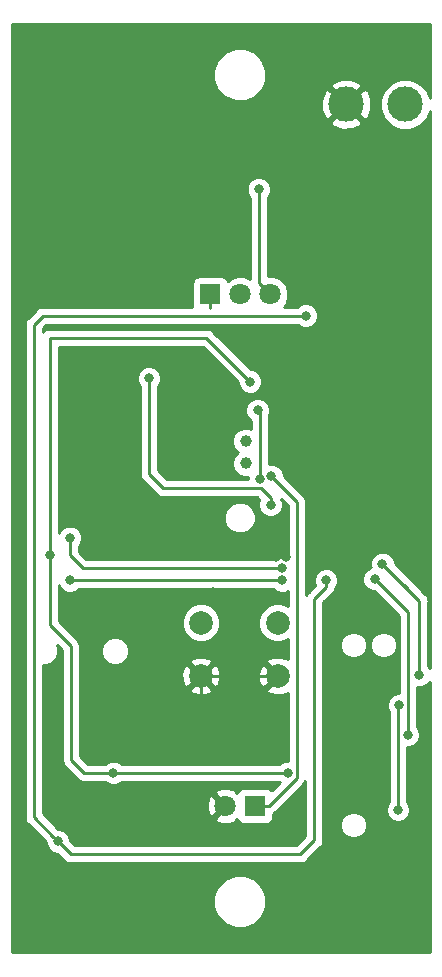
<source format=gbl>
G04 #@! TF.GenerationSoftware,KiCad,Pcbnew,5.0.1-33cea8e~68~ubuntu16.04.1*
G04 #@! TF.CreationDate,2018-11-29T19:31:35+05:30*
G04 #@! TF.ProjectId,senseBeRx_rev2,73656E7365426552785F726576322E6B,rev?*
G04 #@! TF.SameCoordinates,Original*
G04 #@! TF.FileFunction,Copper,L2,Bot,Signal*
G04 #@! TF.FilePolarity,Positive*
%FSLAX46Y46*%
G04 Gerber Fmt 4.6, Leading zero omitted, Abs format (unit mm)*
G04 Created by KiCad (PCBNEW 5.0.1-33cea8e~68~ubuntu16.04.1) date Thu Nov 29 19:31:35 2018*
%MOMM*%
%LPD*%
G01*
G04 APERTURE LIST*
G04 #@! TA.AperFunction,ComponentPad*
%ADD10C,3.000000*%
G04 #@! TD*
G04 #@! TA.AperFunction,ComponentPad*
%ADD11R,1.800000X1.800000*%
G04 #@! TD*
G04 #@! TA.AperFunction,ComponentPad*
%ADD12C,1.800000*%
G04 #@! TD*
G04 #@! TA.AperFunction,ComponentPad*
%ADD13C,1.000000*%
G04 #@! TD*
G04 #@! TA.AperFunction,ComponentPad*
%ADD14C,2.000000*%
G04 #@! TD*
G04 #@! TA.AperFunction,ViaPad*
%ADD15C,0.800000*%
G04 #@! TD*
G04 #@! TA.AperFunction,Conductor*
%ADD16C,0.250000*%
G04 #@! TD*
G04 #@! TA.AperFunction,Conductor*
%ADD17C,0.254000*%
G04 #@! TD*
G04 APERTURE END LIST*
D10*
G04 #@! TO.P,BT1,1*
G04 #@! TO.N,Net-(BT1-Pad1)*
X134000000Y-77500000D03*
G04 #@! TO.P,BT1,2*
G04 #@! TO.N,GND*
X129000000Y-77500000D03*
G04 #@! TD*
D11*
G04 #@! TO.P,D2,1*
G04 #@! TO.N,/LIGHT_SENSE*
X121300000Y-136900000D03*
D12*
G04 #@! TO.P,D2,2*
G04 #@! TO.N,GND*
X118760000Y-136900000D03*
G04 #@! TD*
D13*
G04 #@! TO.P,Y1,1*
G04 #@! TO.N,/LFCLK_XL1*
X120500000Y-106000000D03*
G04 #@! TO.P,Y1,2*
G04 #@! TO.N,/LFCLK_XL2*
X120500000Y-107900000D03*
G04 #@! TD*
D11*
G04 #@! TO.P,U2,1*
G04 #@! TO.N,/RX_OUT*
X117500000Y-93600000D03*
D12*
G04 #@! TO.P,U2,2*
G04 #@! TO.N,Net-(Q5-Pad3)*
X120040000Y-93600000D03*
G04 #@! TO.P,U2,3*
G04 #@! TO.N,VDD*
X122580000Y-93600000D03*
G04 #@! TD*
D14*
G04 #@! TO.P,SW1,2*
G04 #@! TO.N,/BUTTON*
X123200000Y-121400000D03*
G04 #@! TO.P,SW1,1*
G04 #@! TO.N,GND*
X123200000Y-125900000D03*
G04 #@! TO.P,SW1,2*
G04 #@! TO.N,/BUTTON*
X116700000Y-121400000D03*
G04 #@! TO.P,SW1,1*
G04 #@! TO.N,GND*
X116700000Y-125900000D03*
G04 #@! TD*
D15*
G04 #@! TO.N,GND*
X134700000Y-95400000D03*
X109100000Y-99200000D03*
X122600000Y-97600000D03*
X104600000Y-134600000D03*
X116700000Y-128400000D03*
X128300000Y-136000000D03*
X117700000Y-118800000D03*
X123100000Y-115000000D03*
X123100000Y-115800000D03*
X123900000Y-115800000D03*
X122900000Y-105000000D03*
X122900000Y-104200000D03*
X123700000Y-104200000D03*
X135500000Y-103600000D03*
X134700000Y-103600000D03*
X135500000Y-102800000D03*
X134700000Y-102800000D03*
X135500000Y-107000000D03*
X134700000Y-107000000D03*
X134700000Y-107800000D03*
X135500000Y-107800000D03*
X133100000Y-107400000D03*
X131300000Y-110000000D03*
X127900000Y-110000000D03*
X126200000Y-112400000D03*
X130300000Y-112400000D03*
X126200000Y-107500000D03*
X130300000Y-107500000D03*
X135400000Y-116500000D03*
X135400000Y-117400000D03*
G04 #@! TO.N,VDD*
X121600000Y-84700000D03*
X103900000Y-115700000D03*
X109300000Y-134100000D03*
X133475000Y-128380000D03*
X133390000Y-137250000D03*
X120870000Y-100970000D03*
X124100000Y-134100000D03*
G04 #@! TO.N,/LIGHT_SENSE*
X122676189Y-108983070D03*
G04 #@! TO.N,/CAM_JACK*
X123600000Y-116800000D03*
X105600000Y-114200000D03*
G04 #@! TO.N,/FOCUS*
X123600000Y-117800000D03*
X105600000Y-117800000D03*
G04 #@! TO.N,/GPIO1*
X131400000Y-117700000D03*
X134200000Y-130900000D03*
G04 #@! TO.N,/TX*
X132075000Y-116400000D03*
X135200000Y-125800000D03*
G04 #@! TO.N,/LED_RED*
X127300000Y-117800000D03*
X104600000Y-139900000D03*
X125590000Y-95400000D03*
G04 #@! TO.N,/RX_EN*
X122600000Y-111400000D03*
X112300000Y-100700000D03*
G04 #@! TO.N,/RX_OUT*
X121700000Y-109200000D03*
X121510000Y-103400000D03*
G04 #@! TD*
D16*
G04 #@! TO.N,GND*
X116700000Y-125900000D02*
X123200000Y-125900000D01*
X116700000Y-128400000D02*
X116700000Y-125900000D01*
X123100000Y-115000000D02*
X123100000Y-115800000D01*
X122900000Y-105000000D02*
X122900000Y-104200000D01*
X122900000Y-104200000D02*
X123700000Y-104200000D01*
X123100000Y-115800000D02*
X123900000Y-115800000D01*
X135500000Y-103600000D02*
X134700000Y-103600000D01*
X135500000Y-103600000D02*
X135500000Y-102800000D01*
X135500000Y-102800000D02*
X134700000Y-102800000D01*
X134700000Y-102800000D02*
X134700000Y-103600000D01*
X134700000Y-106200000D02*
X135500000Y-107000000D01*
X134700000Y-103600000D02*
X134700000Y-106200000D01*
X135500000Y-107000000D02*
X134700000Y-107000000D01*
X134700000Y-107000000D02*
X134700000Y-107800000D01*
X134700000Y-107800000D02*
X135500000Y-107800000D01*
X135500000Y-107800000D02*
X135500000Y-107000000D01*
X133500000Y-107000000D02*
X133100000Y-107400000D01*
X134700000Y-107000000D02*
X133500000Y-107000000D01*
X133100000Y-108200000D02*
X131300000Y-110000000D01*
X133100000Y-107400000D02*
X133100000Y-108200000D01*
X131300000Y-110000000D02*
X127900000Y-110000000D01*
X127900000Y-110700000D02*
X126200000Y-112400000D01*
X127900000Y-110000000D02*
X127900000Y-110700000D01*
X126200000Y-112400000D02*
X130300000Y-112400000D01*
X126200000Y-112400000D02*
X126200000Y-107500000D01*
X126200000Y-107500000D02*
X130300000Y-107500000D01*
X135400000Y-116500000D02*
X135400000Y-117400000D01*
G04 #@! TO.N,VDD*
X121600000Y-92620000D02*
X122580000Y-93600000D01*
X121600000Y-84700000D02*
X121600000Y-92620000D01*
X103900000Y-115700000D02*
X103900000Y-121600000D01*
X103900000Y-121600000D02*
X105700000Y-123400000D01*
X105700000Y-123400000D02*
X105700000Y-133000000D01*
X106800000Y-134100000D02*
X109300000Y-134100000D01*
X105700000Y-133000000D02*
X106800000Y-134100000D01*
X133390000Y-128465000D02*
X133475000Y-128380000D01*
X133390000Y-137250000D02*
X133390000Y-128465000D01*
X103900000Y-115700000D02*
X103900000Y-97270000D01*
X117170000Y-97270000D02*
X120870000Y-100970000D01*
X103900000Y-97270000D02*
X117170000Y-97270000D01*
X109300000Y-134100000D02*
X124100000Y-134100000D01*
G04 #@! TO.N,/LIGHT_SENSE*
X123076188Y-109383069D02*
X122676189Y-108983070D01*
X124825001Y-111131882D02*
X123076188Y-109383069D01*
X124825001Y-134524999D02*
X124825001Y-111131882D01*
X122450000Y-136900000D02*
X124825001Y-134524999D01*
X121300000Y-136900000D02*
X122450000Y-136900000D01*
G04 #@! TO.N,/CAM_JACK*
X105600000Y-115700000D02*
X106700000Y-116800000D01*
X105600000Y-114200000D02*
X105600000Y-115700000D01*
X123600000Y-116800000D02*
X106700000Y-116800000D01*
G04 #@! TO.N,/FOCUS*
X123600000Y-117800000D02*
X105600000Y-117800000D01*
G04 #@! TO.N,/GPIO1*
X131400000Y-117700000D02*
X134200000Y-120500000D01*
X134200000Y-120500000D02*
X134200000Y-130900000D01*
G04 #@! TO.N,/TX*
X135200000Y-119525000D02*
X134075000Y-118400000D01*
X134075000Y-118400000D02*
X134200000Y-118525000D01*
X132075000Y-116400000D02*
X134075000Y-118400000D01*
X135200000Y-119525000D02*
X135200000Y-125800000D01*
X132075000Y-116400000D02*
X135200000Y-119525000D01*
G04 #@! TO.N,/LED_RED*
X127300000Y-118365685D02*
X126300000Y-119365685D01*
X127300000Y-117800000D02*
X127300000Y-118365685D01*
X126300000Y-119365685D02*
X126300000Y-139800000D01*
X126300000Y-139800000D02*
X125100000Y-141000000D01*
X105700000Y-141000000D02*
X104600000Y-139900000D01*
X125100000Y-141000000D02*
X105700000Y-141000000D01*
X104200001Y-139500001D02*
X104600000Y-139900000D01*
X102554999Y-137854999D02*
X104200001Y-139500001D01*
X102554999Y-96145001D02*
X102554999Y-137854999D01*
X103300000Y-95400000D02*
X102554999Y-96145001D01*
X125590000Y-95400000D02*
X114730000Y-95400000D01*
X114730000Y-95400000D02*
X103300000Y-95400000D01*
X115300000Y-95400000D02*
X114730000Y-95400000D01*
G04 #@! TO.N,/RX_EN*
X122600000Y-110834315D02*
X121765685Y-110000000D01*
X122600000Y-111400000D02*
X122600000Y-110834315D01*
X121765685Y-110000000D02*
X113500000Y-110000000D01*
X112300000Y-108800000D02*
X112300000Y-100700000D01*
X113500000Y-110000000D02*
X112300000Y-108800000D01*
G04 #@! TO.N,/RX_OUT*
X117500000Y-94750000D02*
X117500000Y-93600000D01*
X121700000Y-109200000D02*
X121700000Y-103590000D01*
X121700000Y-103590000D02*
X121510000Y-103400000D01*
G04 #@! TD*
D17*
G04 #@! TO.N,GND*
G36*
X136073000Y-76925641D02*
X135809966Y-76290620D01*
X135209380Y-75690034D01*
X134424678Y-75365000D01*
X133575322Y-75365000D01*
X132790620Y-75690034D01*
X132190034Y-76290620D01*
X131865000Y-77075322D01*
X131865000Y-77924678D01*
X132190034Y-78709380D01*
X132790620Y-79309966D01*
X133575322Y-79635000D01*
X134424678Y-79635000D01*
X135209380Y-79309966D01*
X135809966Y-78709380D01*
X136073000Y-78074359D01*
X136073000Y-125209289D01*
X135960000Y-125096289D01*
X135960000Y-119599846D01*
X135974888Y-119524999D01*
X135960000Y-119450152D01*
X135960000Y-119450148D01*
X135915904Y-119228463D01*
X135817766Y-119081589D01*
X135790329Y-119040526D01*
X135790327Y-119040524D01*
X135747929Y-118977071D01*
X135684476Y-118934673D01*
X133110000Y-116360199D01*
X133110000Y-116194126D01*
X132952431Y-115813720D01*
X132661280Y-115522569D01*
X132280874Y-115365000D01*
X131869126Y-115365000D01*
X131488720Y-115522569D01*
X131197569Y-115813720D01*
X131040000Y-116194126D01*
X131040000Y-116605874D01*
X131083475Y-116710833D01*
X130813720Y-116822569D01*
X130522569Y-117113720D01*
X130365000Y-117494126D01*
X130365000Y-117905874D01*
X130522569Y-118286280D01*
X130813720Y-118577431D01*
X131194126Y-118735000D01*
X131360199Y-118735000D01*
X133440000Y-120814802D01*
X133440001Y-127345000D01*
X133269126Y-127345000D01*
X132888720Y-127502569D01*
X132597569Y-127793720D01*
X132440000Y-128174126D01*
X132440000Y-128585874D01*
X132597569Y-128966280D01*
X132630001Y-128998712D01*
X132630000Y-136546289D01*
X132512569Y-136663720D01*
X132355000Y-137044126D01*
X132355000Y-137455874D01*
X132512569Y-137836280D01*
X132803720Y-138127431D01*
X133184126Y-138285000D01*
X133595874Y-138285000D01*
X133976280Y-138127431D01*
X134267431Y-137836280D01*
X134425000Y-137455874D01*
X134425000Y-137044126D01*
X134267431Y-136663720D01*
X134150000Y-136546289D01*
X134150000Y-131935000D01*
X134405874Y-131935000D01*
X134786280Y-131777431D01*
X135077431Y-131486280D01*
X135235000Y-131105874D01*
X135235000Y-130694126D01*
X135077431Y-130313720D01*
X134960000Y-130196289D01*
X134960000Y-126820865D01*
X134994126Y-126835000D01*
X135405874Y-126835000D01*
X135786280Y-126677431D01*
X136073000Y-126390711D01*
X136073000Y-149290000D01*
X100710000Y-149290000D01*
X100710000Y-144555431D01*
X117765000Y-144555431D01*
X117765000Y-145444569D01*
X118105259Y-146266026D01*
X118733974Y-146894741D01*
X119555431Y-147235000D01*
X120444569Y-147235000D01*
X121266026Y-146894741D01*
X121894741Y-146266026D01*
X122235000Y-145444569D01*
X122235000Y-144555431D01*
X121894741Y-143733974D01*
X121266026Y-143105259D01*
X120444569Y-142765000D01*
X119555431Y-142765000D01*
X118733974Y-143105259D01*
X118105259Y-143733974D01*
X117765000Y-144555431D01*
X100710000Y-144555431D01*
X100710000Y-96145001D01*
X101780111Y-96145001D01*
X101794999Y-96219848D01*
X101795000Y-137780147D01*
X101780111Y-137854999D01*
X101795000Y-137929851D01*
X101839096Y-138151536D01*
X102007071Y-138402928D01*
X102070527Y-138445328D01*
X103565000Y-139939802D01*
X103565000Y-140105874D01*
X103722569Y-140486280D01*
X104013720Y-140777431D01*
X104394126Y-140935000D01*
X104560199Y-140935000D01*
X105109671Y-141484473D01*
X105152071Y-141547929D01*
X105403463Y-141715904D01*
X105625148Y-141760000D01*
X105625153Y-141760000D01*
X105700000Y-141774888D01*
X105774847Y-141760000D01*
X125025153Y-141760000D01*
X125100000Y-141774888D01*
X125174847Y-141760000D01*
X125174852Y-141760000D01*
X125396537Y-141715904D01*
X125647929Y-141547929D01*
X125690331Y-141484470D01*
X126784473Y-140390329D01*
X126847929Y-140347929D01*
X127015904Y-140096537D01*
X127060000Y-139874852D01*
X127060000Y-139874848D01*
X127074888Y-139800001D01*
X127060000Y-139725154D01*
X127060000Y-138294234D01*
X128495000Y-138294234D01*
X128495000Y-138745766D01*
X128667793Y-139162926D01*
X128987074Y-139482207D01*
X129404234Y-139655000D01*
X129855766Y-139655000D01*
X130272926Y-139482207D01*
X130592207Y-139162926D01*
X130765000Y-138745766D01*
X130765000Y-138294234D01*
X130592207Y-137877074D01*
X130272926Y-137557793D01*
X129855766Y-137385000D01*
X129404234Y-137385000D01*
X128987074Y-137557793D01*
X128667793Y-137877074D01*
X128495000Y-138294234D01*
X127060000Y-138294234D01*
X127060000Y-123054234D01*
X128495000Y-123054234D01*
X128495000Y-123505766D01*
X128667793Y-123922926D01*
X128987074Y-124242207D01*
X129404234Y-124415000D01*
X129855766Y-124415000D01*
X130272926Y-124242207D01*
X130592207Y-123922926D01*
X130765000Y-123505766D01*
X130765000Y-123054234D01*
X131035000Y-123054234D01*
X131035000Y-123505766D01*
X131207793Y-123922926D01*
X131527074Y-124242207D01*
X131944234Y-124415000D01*
X132395766Y-124415000D01*
X132812926Y-124242207D01*
X133132207Y-123922926D01*
X133305000Y-123505766D01*
X133305000Y-123054234D01*
X133132207Y-122637074D01*
X132812926Y-122317793D01*
X132395766Y-122145000D01*
X131944234Y-122145000D01*
X131527074Y-122317793D01*
X131207793Y-122637074D01*
X131035000Y-123054234D01*
X130765000Y-123054234D01*
X130592207Y-122637074D01*
X130272926Y-122317793D01*
X129855766Y-122145000D01*
X129404234Y-122145000D01*
X128987074Y-122317793D01*
X128667793Y-122637074D01*
X128495000Y-123054234D01*
X127060000Y-123054234D01*
X127060000Y-119680486D01*
X127784473Y-118956014D01*
X127847929Y-118913614D01*
X128015904Y-118662222D01*
X128044314Y-118519397D01*
X128177431Y-118386280D01*
X128335000Y-118005874D01*
X128335000Y-117594126D01*
X128177431Y-117213720D01*
X127886280Y-116922569D01*
X127505874Y-116765000D01*
X127094126Y-116765000D01*
X126713720Y-116922569D01*
X126422569Y-117213720D01*
X126265000Y-117594126D01*
X126265000Y-118005874D01*
X126358728Y-118232155D01*
X125815530Y-118775354D01*
X125752071Y-118817756D01*
X125585001Y-119067795D01*
X125585001Y-111206728D01*
X125599889Y-111131881D01*
X125585001Y-111057034D01*
X125585001Y-111057030D01*
X125540905Y-110835345D01*
X125372930Y-110583953D01*
X125309474Y-110541553D01*
X123711189Y-108943269D01*
X123711189Y-108777196D01*
X123553620Y-108396790D01*
X123262469Y-108105639D01*
X122882063Y-107948070D01*
X122470315Y-107948070D01*
X122460000Y-107952343D01*
X122460000Y-103811083D01*
X122545000Y-103605874D01*
X122545000Y-103194126D01*
X122387431Y-102813720D01*
X122096280Y-102522569D01*
X121715874Y-102365000D01*
X121304126Y-102365000D01*
X120923720Y-102522569D01*
X120632569Y-102813720D01*
X120475000Y-103194126D01*
X120475000Y-103605874D01*
X120632569Y-103986280D01*
X120923720Y-104277431D01*
X120940001Y-104284175D01*
X120940001Y-104953739D01*
X120725766Y-104865000D01*
X120274234Y-104865000D01*
X119857074Y-105037793D01*
X119537793Y-105357074D01*
X119365000Y-105774234D01*
X119365000Y-106225766D01*
X119537793Y-106642926D01*
X119844867Y-106950000D01*
X119537793Y-107257074D01*
X119365000Y-107674234D01*
X119365000Y-108125766D01*
X119537793Y-108542926D01*
X119857074Y-108862207D01*
X120274234Y-109035000D01*
X120665000Y-109035000D01*
X120665000Y-109240000D01*
X113814802Y-109240000D01*
X113060000Y-108485199D01*
X113060000Y-101403711D01*
X113177431Y-101286280D01*
X113335000Y-100905874D01*
X113335000Y-100494126D01*
X113177431Y-100113720D01*
X112886280Y-99822569D01*
X112505874Y-99665000D01*
X112094126Y-99665000D01*
X111713720Y-99822569D01*
X111422569Y-100113720D01*
X111265000Y-100494126D01*
X111265000Y-100905874D01*
X111422569Y-101286280D01*
X111540001Y-101403712D01*
X111540000Y-108725153D01*
X111525112Y-108800000D01*
X111540000Y-108874847D01*
X111540000Y-108874851D01*
X111584096Y-109096536D01*
X111752071Y-109347929D01*
X111815530Y-109390331D01*
X112909670Y-110484472D01*
X112952071Y-110547929D01*
X113203463Y-110715904D01*
X113425148Y-110760000D01*
X113425152Y-110760000D01*
X113499999Y-110774888D01*
X113574846Y-110760000D01*
X121450884Y-110760000D01*
X121658728Y-110967845D01*
X121565000Y-111194126D01*
X121565000Y-111605874D01*
X121722569Y-111986280D01*
X122013720Y-112277431D01*
X122394126Y-112435000D01*
X122805874Y-112435000D01*
X123186280Y-112277431D01*
X123477431Y-111986280D01*
X123635000Y-111605874D01*
X123635000Y-111194126D01*
X123509529Y-110891212D01*
X124065002Y-111446685D01*
X124065002Y-115872334D01*
X123805874Y-115765000D01*
X123394126Y-115765000D01*
X123013720Y-115922569D01*
X122896289Y-116040000D01*
X107014802Y-116040000D01*
X106360000Y-115385199D01*
X106360000Y-114903711D01*
X106477431Y-114786280D01*
X106635000Y-114405874D01*
X106635000Y-113994126D01*
X106477431Y-113613720D01*
X106186280Y-113322569D01*
X105805874Y-113165000D01*
X105394126Y-113165000D01*
X105013720Y-113322569D01*
X104722569Y-113613720D01*
X104660000Y-113764775D01*
X104660000Y-112234452D01*
X118665000Y-112234452D01*
X118665000Y-112765548D01*
X118868242Y-113256217D01*
X119243783Y-113631758D01*
X119734452Y-113835000D01*
X120265548Y-113835000D01*
X120756217Y-113631758D01*
X121131758Y-113256217D01*
X121335000Y-112765548D01*
X121335000Y-112234452D01*
X121131758Y-111743783D01*
X120756217Y-111368242D01*
X120265548Y-111165000D01*
X119734452Y-111165000D01*
X119243783Y-111368242D01*
X118868242Y-111743783D01*
X118665000Y-112234452D01*
X104660000Y-112234452D01*
X104660000Y-98030000D01*
X116855199Y-98030000D01*
X119835000Y-101009802D01*
X119835000Y-101175874D01*
X119992569Y-101556280D01*
X120283720Y-101847431D01*
X120664126Y-102005000D01*
X121075874Y-102005000D01*
X121456280Y-101847431D01*
X121747431Y-101556280D01*
X121905000Y-101175874D01*
X121905000Y-100764126D01*
X121747431Y-100383720D01*
X121456280Y-100092569D01*
X121075874Y-99935000D01*
X120909802Y-99935000D01*
X117760331Y-96785530D01*
X117717929Y-96722071D01*
X117466537Y-96554096D01*
X117244852Y-96510000D01*
X117244847Y-96510000D01*
X117170000Y-96495112D01*
X117095153Y-96510000D01*
X103974852Y-96510000D01*
X103900000Y-96495111D01*
X103825148Y-96510000D01*
X103603463Y-96554096D01*
X103352071Y-96722071D01*
X103314999Y-96777553D01*
X103314999Y-96459802D01*
X103614802Y-96160000D01*
X124886289Y-96160000D01*
X125003720Y-96277431D01*
X125384126Y-96435000D01*
X125795874Y-96435000D01*
X126176280Y-96277431D01*
X126467431Y-95986280D01*
X126625000Y-95605874D01*
X126625000Y-95194126D01*
X126467431Y-94813720D01*
X126176280Y-94522569D01*
X125795874Y-94365000D01*
X125384126Y-94365000D01*
X125003720Y-94522569D01*
X124886289Y-94640000D01*
X123710817Y-94640000D01*
X123881310Y-94469507D01*
X124115000Y-93905330D01*
X124115000Y-93294670D01*
X123881310Y-92730493D01*
X123449507Y-92298690D01*
X122885330Y-92065000D01*
X122360000Y-92065000D01*
X122360000Y-85403711D01*
X122477431Y-85286280D01*
X122635000Y-84905874D01*
X122635000Y-84494126D01*
X122477431Y-84113720D01*
X122186280Y-83822569D01*
X121805874Y-83665000D01*
X121394126Y-83665000D01*
X121013720Y-83822569D01*
X120722569Y-84113720D01*
X120565000Y-84494126D01*
X120565000Y-84905874D01*
X120722569Y-85286280D01*
X120840000Y-85403711D01*
X120840001Y-92269900D01*
X120345330Y-92065000D01*
X119734670Y-92065000D01*
X119170493Y-92298690D01*
X119001275Y-92467908D01*
X118998157Y-92452235D01*
X118857809Y-92242191D01*
X118647765Y-92101843D01*
X118400000Y-92052560D01*
X116600000Y-92052560D01*
X116352235Y-92101843D01*
X116142191Y-92242191D01*
X116001843Y-92452235D01*
X115952560Y-92700000D01*
X115952560Y-94500000D01*
X115980407Y-94640000D01*
X103374848Y-94640000D01*
X103300000Y-94625112D01*
X103225152Y-94640000D01*
X103225148Y-94640000D01*
X103003463Y-94684096D01*
X102752071Y-94852071D01*
X102709671Y-94915527D01*
X102070529Y-95554670D01*
X102007070Y-95597072D01*
X101839095Y-95848465D01*
X101794999Y-96070150D01*
X101794999Y-96070154D01*
X101780111Y-96145001D01*
X100710000Y-96145001D01*
X100710000Y-79013970D01*
X127665635Y-79013970D01*
X127825418Y-79332739D01*
X128616187Y-79642723D01*
X129465387Y-79626497D01*
X130174582Y-79332739D01*
X130334365Y-79013970D01*
X129000000Y-77679605D01*
X127665635Y-79013970D01*
X100710000Y-79013970D01*
X100710000Y-74555431D01*
X117765000Y-74555431D01*
X117765000Y-75444569D01*
X118105259Y-76266026D01*
X118733974Y-76894741D01*
X119555431Y-77235000D01*
X120444569Y-77235000D01*
X120731408Y-77116187D01*
X126857277Y-77116187D01*
X126873503Y-77965387D01*
X127167261Y-78674582D01*
X127486030Y-78834365D01*
X128820395Y-77500000D01*
X129179605Y-77500000D01*
X130513970Y-78834365D01*
X130832739Y-78674582D01*
X131142723Y-77883813D01*
X131126497Y-77034613D01*
X130832739Y-76325418D01*
X130513970Y-76165635D01*
X129179605Y-77500000D01*
X128820395Y-77500000D01*
X127486030Y-76165635D01*
X127167261Y-76325418D01*
X126857277Y-77116187D01*
X120731408Y-77116187D01*
X121266026Y-76894741D01*
X121894741Y-76266026D01*
X122010719Y-75986030D01*
X127665635Y-75986030D01*
X129000000Y-77320395D01*
X130334365Y-75986030D01*
X130174582Y-75667261D01*
X129383813Y-75357277D01*
X128534613Y-75373503D01*
X127825418Y-75667261D01*
X127665635Y-75986030D01*
X122010719Y-75986030D01*
X122235000Y-75444569D01*
X122235000Y-74555431D01*
X121894741Y-73733974D01*
X121266026Y-73105259D01*
X120444569Y-72765000D01*
X119555431Y-72765000D01*
X118733974Y-73105259D01*
X118105259Y-73733974D01*
X117765000Y-74555431D01*
X100710000Y-74555431D01*
X100710000Y-70710000D01*
X136073000Y-70710000D01*
X136073000Y-76925641D01*
X136073000Y-76925641D01*
G37*
X136073000Y-76925641D02*
X135809966Y-76290620D01*
X135209380Y-75690034D01*
X134424678Y-75365000D01*
X133575322Y-75365000D01*
X132790620Y-75690034D01*
X132190034Y-76290620D01*
X131865000Y-77075322D01*
X131865000Y-77924678D01*
X132190034Y-78709380D01*
X132790620Y-79309966D01*
X133575322Y-79635000D01*
X134424678Y-79635000D01*
X135209380Y-79309966D01*
X135809966Y-78709380D01*
X136073000Y-78074359D01*
X136073000Y-125209289D01*
X135960000Y-125096289D01*
X135960000Y-119599846D01*
X135974888Y-119524999D01*
X135960000Y-119450152D01*
X135960000Y-119450148D01*
X135915904Y-119228463D01*
X135817766Y-119081589D01*
X135790329Y-119040526D01*
X135790327Y-119040524D01*
X135747929Y-118977071D01*
X135684476Y-118934673D01*
X133110000Y-116360199D01*
X133110000Y-116194126D01*
X132952431Y-115813720D01*
X132661280Y-115522569D01*
X132280874Y-115365000D01*
X131869126Y-115365000D01*
X131488720Y-115522569D01*
X131197569Y-115813720D01*
X131040000Y-116194126D01*
X131040000Y-116605874D01*
X131083475Y-116710833D01*
X130813720Y-116822569D01*
X130522569Y-117113720D01*
X130365000Y-117494126D01*
X130365000Y-117905874D01*
X130522569Y-118286280D01*
X130813720Y-118577431D01*
X131194126Y-118735000D01*
X131360199Y-118735000D01*
X133440000Y-120814802D01*
X133440001Y-127345000D01*
X133269126Y-127345000D01*
X132888720Y-127502569D01*
X132597569Y-127793720D01*
X132440000Y-128174126D01*
X132440000Y-128585874D01*
X132597569Y-128966280D01*
X132630001Y-128998712D01*
X132630000Y-136546289D01*
X132512569Y-136663720D01*
X132355000Y-137044126D01*
X132355000Y-137455874D01*
X132512569Y-137836280D01*
X132803720Y-138127431D01*
X133184126Y-138285000D01*
X133595874Y-138285000D01*
X133976280Y-138127431D01*
X134267431Y-137836280D01*
X134425000Y-137455874D01*
X134425000Y-137044126D01*
X134267431Y-136663720D01*
X134150000Y-136546289D01*
X134150000Y-131935000D01*
X134405874Y-131935000D01*
X134786280Y-131777431D01*
X135077431Y-131486280D01*
X135235000Y-131105874D01*
X135235000Y-130694126D01*
X135077431Y-130313720D01*
X134960000Y-130196289D01*
X134960000Y-126820865D01*
X134994126Y-126835000D01*
X135405874Y-126835000D01*
X135786280Y-126677431D01*
X136073000Y-126390711D01*
X136073000Y-149290000D01*
X100710000Y-149290000D01*
X100710000Y-144555431D01*
X117765000Y-144555431D01*
X117765000Y-145444569D01*
X118105259Y-146266026D01*
X118733974Y-146894741D01*
X119555431Y-147235000D01*
X120444569Y-147235000D01*
X121266026Y-146894741D01*
X121894741Y-146266026D01*
X122235000Y-145444569D01*
X122235000Y-144555431D01*
X121894741Y-143733974D01*
X121266026Y-143105259D01*
X120444569Y-142765000D01*
X119555431Y-142765000D01*
X118733974Y-143105259D01*
X118105259Y-143733974D01*
X117765000Y-144555431D01*
X100710000Y-144555431D01*
X100710000Y-96145001D01*
X101780111Y-96145001D01*
X101794999Y-96219848D01*
X101795000Y-137780147D01*
X101780111Y-137854999D01*
X101795000Y-137929851D01*
X101839096Y-138151536D01*
X102007071Y-138402928D01*
X102070527Y-138445328D01*
X103565000Y-139939802D01*
X103565000Y-140105874D01*
X103722569Y-140486280D01*
X104013720Y-140777431D01*
X104394126Y-140935000D01*
X104560199Y-140935000D01*
X105109671Y-141484473D01*
X105152071Y-141547929D01*
X105403463Y-141715904D01*
X105625148Y-141760000D01*
X105625153Y-141760000D01*
X105700000Y-141774888D01*
X105774847Y-141760000D01*
X125025153Y-141760000D01*
X125100000Y-141774888D01*
X125174847Y-141760000D01*
X125174852Y-141760000D01*
X125396537Y-141715904D01*
X125647929Y-141547929D01*
X125690331Y-141484470D01*
X126784473Y-140390329D01*
X126847929Y-140347929D01*
X127015904Y-140096537D01*
X127060000Y-139874852D01*
X127060000Y-139874848D01*
X127074888Y-139800001D01*
X127060000Y-139725154D01*
X127060000Y-138294234D01*
X128495000Y-138294234D01*
X128495000Y-138745766D01*
X128667793Y-139162926D01*
X128987074Y-139482207D01*
X129404234Y-139655000D01*
X129855766Y-139655000D01*
X130272926Y-139482207D01*
X130592207Y-139162926D01*
X130765000Y-138745766D01*
X130765000Y-138294234D01*
X130592207Y-137877074D01*
X130272926Y-137557793D01*
X129855766Y-137385000D01*
X129404234Y-137385000D01*
X128987074Y-137557793D01*
X128667793Y-137877074D01*
X128495000Y-138294234D01*
X127060000Y-138294234D01*
X127060000Y-123054234D01*
X128495000Y-123054234D01*
X128495000Y-123505766D01*
X128667793Y-123922926D01*
X128987074Y-124242207D01*
X129404234Y-124415000D01*
X129855766Y-124415000D01*
X130272926Y-124242207D01*
X130592207Y-123922926D01*
X130765000Y-123505766D01*
X130765000Y-123054234D01*
X131035000Y-123054234D01*
X131035000Y-123505766D01*
X131207793Y-123922926D01*
X131527074Y-124242207D01*
X131944234Y-124415000D01*
X132395766Y-124415000D01*
X132812926Y-124242207D01*
X133132207Y-123922926D01*
X133305000Y-123505766D01*
X133305000Y-123054234D01*
X133132207Y-122637074D01*
X132812926Y-122317793D01*
X132395766Y-122145000D01*
X131944234Y-122145000D01*
X131527074Y-122317793D01*
X131207793Y-122637074D01*
X131035000Y-123054234D01*
X130765000Y-123054234D01*
X130592207Y-122637074D01*
X130272926Y-122317793D01*
X129855766Y-122145000D01*
X129404234Y-122145000D01*
X128987074Y-122317793D01*
X128667793Y-122637074D01*
X128495000Y-123054234D01*
X127060000Y-123054234D01*
X127060000Y-119680486D01*
X127784473Y-118956014D01*
X127847929Y-118913614D01*
X128015904Y-118662222D01*
X128044314Y-118519397D01*
X128177431Y-118386280D01*
X128335000Y-118005874D01*
X128335000Y-117594126D01*
X128177431Y-117213720D01*
X127886280Y-116922569D01*
X127505874Y-116765000D01*
X127094126Y-116765000D01*
X126713720Y-116922569D01*
X126422569Y-117213720D01*
X126265000Y-117594126D01*
X126265000Y-118005874D01*
X126358728Y-118232155D01*
X125815530Y-118775354D01*
X125752071Y-118817756D01*
X125585001Y-119067795D01*
X125585001Y-111206728D01*
X125599889Y-111131881D01*
X125585001Y-111057034D01*
X125585001Y-111057030D01*
X125540905Y-110835345D01*
X125372930Y-110583953D01*
X125309474Y-110541553D01*
X123711189Y-108943269D01*
X123711189Y-108777196D01*
X123553620Y-108396790D01*
X123262469Y-108105639D01*
X122882063Y-107948070D01*
X122470315Y-107948070D01*
X122460000Y-107952343D01*
X122460000Y-103811083D01*
X122545000Y-103605874D01*
X122545000Y-103194126D01*
X122387431Y-102813720D01*
X122096280Y-102522569D01*
X121715874Y-102365000D01*
X121304126Y-102365000D01*
X120923720Y-102522569D01*
X120632569Y-102813720D01*
X120475000Y-103194126D01*
X120475000Y-103605874D01*
X120632569Y-103986280D01*
X120923720Y-104277431D01*
X120940001Y-104284175D01*
X120940001Y-104953739D01*
X120725766Y-104865000D01*
X120274234Y-104865000D01*
X119857074Y-105037793D01*
X119537793Y-105357074D01*
X119365000Y-105774234D01*
X119365000Y-106225766D01*
X119537793Y-106642926D01*
X119844867Y-106950000D01*
X119537793Y-107257074D01*
X119365000Y-107674234D01*
X119365000Y-108125766D01*
X119537793Y-108542926D01*
X119857074Y-108862207D01*
X120274234Y-109035000D01*
X120665000Y-109035000D01*
X120665000Y-109240000D01*
X113814802Y-109240000D01*
X113060000Y-108485199D01*
X113060000Y-101403711D01*
X113177431Y-101286280D01*
X113335000Y-100905874D01*
X113335000Y-100494126D01*
X113177431Y-100113720D01*
X112886280Y-99822569D01*
X112505874Y-99665000D01*
X112094126Y-99665000D01*
X111713720Y-99822569D01*
X111422569Y-100113720D01*
X111265000Y-100494126D01*
X111265000Y-100905874D01*
X111422569Y-101286280D01*
X111540001Y-101403712D01*
X111540000Y-108725153D01*
X111525112Y-108800000D01*
X111540000Y-108874847D01*
X111540000Y-108874851D01*
X111584096Y-109096536D01*
X111752071Y-109347929D01*
X111815530Y-109390331D01*
X112909670Y-110484472D01*
X112952071Y-110547929D01*
X113203463Y-110715904D01*
X113425148Y-110760000D01*
X113425152Y-110760000D01*
X113499999Y-110774888D01*
X113574846Y-110760000D01*
X121450884Y-110760000D01*
X121658728Y-110967845D01*
X121565000Y-111194126D01*
X121565000Y-111605874D01*
X121722569Y-111986280D01*
X122013720Y-112277431D01*
X122394126Y-112435000D01*
X122805874Y-112435000D01*
X123186280Y-112277431D01*
X123477431Y-111986280D01*
X123635000Y-111605874D01*
X123635000Y-111194126D01*
X123509529Y-110891212D01*
X124065002Y-111446685D01*
X124065002Y-115872334D01*
X123805874Y-115765000D01*
X123394126Y-115765000D01*
X123013720Y-115922569D01*
X122896289Y-116040000D01*
X107014802Y-116040000D01*
X106360000Y-115385199D01*
X106360000Y-114903711D01*
X106477431Y-114786280D01*
X106635000Y-114405874D01*
X106635000Y-113994126D01*
X106477431Y-113613720D01*
X106186280Y-113322569D01*
X105805874Y-113165000D01*
X105394126Y-113165000D01*
X105013720Y-113322569D01*
X104722569Y-113613720D01*
X104660000Y-113764775D01*
X104660000Y-112234452D01*
X118665000Y-112234452D01*
X118665000Y-112765548D01*
X118868242Y-113256217D01*
X119243783Y-113631758D01*
X119734452Y-113835000D01*
X120265548Y-113835000D01*
X120756217Y-113631758D01*
X121131758Y-113256217D01*
X121335000Y-112765548D01*
X121335000Y-112234452D01*
X121131758Y-111743783D01*
X120756217Y-111368242D01*
X120265548Y-111165000D01*
X119734452Y-111165000D01*
X119243783Y-111368242D01*
X118868242Y-111743783D01*
X118665000Y-112234452D01*
X104660000Y-112234452D01*
X104660000Y-98030000D01*
X116855199Y-98030000D01*
X119835000Y-101009802D01*
X119835000Y-101175874D01*
X119992569Y-101556280D01*
X120283720Y-101847431D01*
X120664126Y-102005000D01*
X121075874Y-102005000D01*
X121456280Y-101847431D01*
X121747431Y-101556280D01*
X121905000Y-101175874D01*
X121905000Y-100764126D01*
X121747431Y-100383720D01*
X121456280Y-100092569D01*
X121075874Y-99935000D01*
X120909802Y-99935000D01*
X117760331Y-96785530D01*
X117717929Y-96722071D01*
X117466537Y-96554096D01*
X117244852Y-96510000D01*
X117244847Y-96510000D01*
X117170000Y-96495112D01*
X117095153Y-96510000D01*
X103974852Y-96510000D01*
X103900000Y-96495111D01*
X103825148Y-96510000D01*
X103603463Y-96554096D01*
X103352071Y-96722071D01*
X103314999Y-96777553D01*
X103314999Y-96459802D01*
X103614802Y-96160000D01*
X124886289Y-96160000D01*
X125003720Y-96277431D01*
X125384126Y-96435000D01*
X125795874Y-96435000D01*
X126176280Y-96277431D01*
X126467431Y-95986280D01*
X126625000Y-95605874D01*
X126625000Y-95194126D01*
X126467431Y-94813720D01*
X126176280Y-94522569D01*
X125795874Y-94365000D01*
X125384126Y-94365000D01*
X125003720Y-94522569D01*
X124886289Y-94640000D01*
X123710817Y-94640000D01*
X123881310Y-94469507D01*
X124115000Y-93905330D01*
X124115000Y-93294670D01*
X123881310Y-92730493D01*
X123449507Y-92298690D01*
X122885330Y-92065000D01*
X122360000Y-92065000D01*
X122360000Y-85403711D01*
X122477431Y-85286280D01*
X122635000Y-84905874D01*
X122635000Y-84494126D01*
X122477431Y-84113720D01*
X122186280Y-83822569D01*
X121805874Y-83665000D01*
X121394126Y-83665000D01*
X121013720Y-83822569D01*
X120722569Y-84113720D01*
X120565000Y-84494126D01*
X120565000Y-84905874D01*
X120722569Y-85286280D01*
X120840000Y-85403711D01*
X120840001Y-92269900D01*
X120345330Y-92065000D01*
X119734670Y-92065000D01*
X119170493Y-92298690D01*
X119001275Y-92467908D01*
X118998157Y-92452235D01*
X118857809Y-92242191D01*
X118647765Y-92101843D01*
X118400000Y-92052560D01*
X116600000Y-92052560D01*
X116352235Y-92101843D01*
X116142191Y-92242191D01*
X116001843Y-92452235D01*
X115952560Y-92700000D01*
X115952560Y-94500000D01*
X115980407Y-94640000D01*
X103374848Y-94640000D01*
X103300000Y-94625112D01*
X103225152Y-94640000D01*
X103225148Y-94640000D01*
X103003463Y-94684096D01*
X102752071Y-94852071D01*
X102709671Y-94915527D01*
X102070529Y-95554670D01*
X102007070Y-95597072D01*
X101839095Y-95848465D01*
X101794999Y-96070150D01*
X101794999Y-96070154D01*
X101780111Y-96145001D01*
X100710000Y-96145001D01*
X100710000Y-79013970D01*
X127665635Y-79013970D01*
X127825418Y-79332739D01*
X128616187Y-79642723D01*
X129465387Y-79626497D01*
X130174582Y-79332739D01*
X130334365Y-79013970D01*
X129000000Y-77679605D01*
X127665635Y-79013970D01*
X100710000Y-79013970D01*
X100710000Y-74555431D01*
X117765000Y-74555431D01*
X117765000Y-75444569D01*
X118105259Y-76266026D01*
X118733974Y-76894741D01*
X119555431Y-77235000D01*
X120444569Y-77235000D01*
X120731408Y-77116187D01*
X126857277Y-77116187D01*
X126873503Y-77965387D01*
X127167261Y-78674582D01*
X127486030Y-78834365D01*
X128820395Y-77500000D01*
X129179605Y-77500000D01*
X130513970Y-78834365D01*
X130832739Y-78674582D01*
X131142723Y-77883813D01*
X131126497Y-77034613D01*
X130832739Y-76325418D01*
X130513970Y-76165635D01*
X129179605Y-77500000D01*
X128820395Y-77500000D01*
X127486030Y-76165635D01*
X127167261Y-76325418D01*
X126857277Y-77116187D01*
X120731408Y-77116187D01*
X121266026Y-76894741D01*
X121894741Y-76266026D01*
X122010719Y-75986030D01*
X127665635Y-75986030D01*
X129000000Y-77320395D01*
X130334365Y-75986030D01*
X130174582Y-75667261D01*
X129383813Y-75357277D01*
X128534613Y-75373503D01*
X127825418Y-75667261D01*
X127665635Y-75986030D01*
X122010719Y-75986030D01*
X122235000Y-75444569D01*
X122235000Y-74555431D01*
X121894741Y-73733974D01*
X121266026Y-73105259D01*
X120444569Y-72765000D01*
X119555431Y-72765000D01*
X118733974Y-73105259D01*
X118105259Y-73733974D01*
X117765000Y-74555431D01*
X100710000Y-74555431D01*
X100710000Y-70710000D01*
X136073000Y-70710000D01*
X136073000Y-76925641D01*
G36*
X104940000Y-123714803D02*
X104940001Y-132925148D01*
X104925112Y-133000000D01*
X104940001Y-133074852D01*
X104984097Y-133296537D01*
X105152072Y-133547929D01*
X105215528Y-133590329D01*
X106209671Y-134584473D01*
X106252071Y-134647929D01*
X106503463Y-134815904D01*
X106725148Y-134860000D01*
X106725153Y-134860000D01*
X106800000Y-134874888D01*
X106874847Y-134860000D01*
X108596289Y-134860000D01*
X108713720Y-134977431D01*
X109094126Y-135135000D01*
X109505874Y-135135000D01*
X109886280Y-134977431D01*
X110003711Y-134860000D01*
X123396289Y-134860000D01*
X123405744Y-134869455D01*
X122687930Y-135587269D01*
X122657809Y-135542191D01*
X122447765Y-135401843D01*
X122200000Y-135352560D01*
X120400000Y-135352560D01*
X120152235Y-135401843D01*
X119942191Y-135542191D01*
X119809942Y-135740114D01*
X119775110Y-135705282D01*
X119660553Y-135819839D01*
X119574148Y-135563357D01*
X119000664Y-135353542D01*
X118390540Y-135379161D01*
X117945852Y-135563357D01*
X117859446Y-135819841D01*
X118760000Y-136720395D01*
X118774143Y-136706253D01*
X118953748Y-136885858D01*
X118939605Y-136900000D01*
X118953748Y-136914143D01*
X118774143Y-137093748D01*
X118760000Y-137079605D01*
X117859446Y-137980159D01*
X117945852Y-138236643D01*
X118519336Y-138446458D01*
X119129460Y-138420839D01*
X119574148Y-138236643D01*
X119660553Y-137980161D01*
X119775110Y-138094718D01*
X119809942Y-138059886D01*
X119942191Y-138257809D01*
X120152235Y-138398157D01*
X120400000Y-138447440D01*
X122200000Y-138447440D01*
X122447765Y-138398157D01*
X122657809Y-138257809D01*
X122798157Y-138047765D01*
X122847440Y-137800000D01*
X122847440Y-137548483D01*
X122997929Y-137447929D01*
X123040331Y-137384470D01*
X125309474Y-135115328D01*
X125372930Y-135072928D01*
X125540001Y-134822889D01*
X125540001Y-139485197D01*
X124785199Y-140240000D01*
X106014802Y-140240000D01*
X105635000Y-139860199D01*
X105635000Y-139694126D01*
X105477431Y-139313720D01*
X105186280Y-139022569D01*
X104805874Y-138865000D01*
X104639802Y-138865000D01*
X103314999Y-137540198D01*
X103314999Y-136659336D01*
X117213542Y-136659336D01*
X117239161Y-137269460D01*
X117423357Y-137714148D01*
X117679841Y-137800554D01*
X118580395Y-136900000D01*
X117679841Y-135999446D01*
X117423357Y-136085852D01*
X117213542Y-136659336D01*
X103314999Y-136659336D01*
X103314999Y-124955000D01*
X103665711Y-124955000D01*
X104101249Y-124774595D01*
X104434595Y-124441249D01*
X104615000Y-124005711D01*
X104615000Y-123534289D01*
X104512833Y-123287635D01*
X104940000Y-123714803D01*
X104940000Y-123714803D01*
G37*
X104940000Y-123714803D02*
X104940001Y-132925148D01*
X104925112Y-133000000D01*
X104940001Y-133074852D01*
X104984097Y-133296537D01*
X105152072Y-133547929D01*
X105215528Y-133590329D01*
X106209671Y-134584473D01*
X106252071Y-134647929D01*
X106503463Y-134815904D01*
X106725148Y-134860000D01*
X106725153Y-134860000D01*
X106800000Y-134874888D01*
X106874847Y-134860000D01*
X108596289Y-134860000D01*
X108713720Y-134977431D01*
X109094126Y-135135000D01*
X109505874Y-135135000D01*
X109886280Y-134977431D01*
X110003711Y-134860000D01*
X123396289Y-134860000D01*
X123405744Y-134869455D01*
X122687930Y-135587269D01*
X122657809Y-135542191D01*
X122447765Y-135401843D01*
X122200000Y-135352560D01*
X120400000Y-135352560D01*
X120152235Y-135401843D01*
X119942191Y-135542191D01*
X119809942Y-135740114D01*
X119775110Y-135705282D01*
X119660553Y-135819839D01*
X119574148Y-135563357D01*
X119000664Y-135353542D01*
X118390540Y-135379161D01*
X117945852Y-135563357D01*
X117859446Y-135819841D01*
X118760000Y-136720395D01*
X118774143Y-136706253D01*
X118953748Y-136885858D01*
X118939605Y-136900000D01*
X118953748Y-136914143D01*
X118774143Y-137093748D01*
X118760000Y-137079605D01*
X117859446Y-137980159D01*
X117945852Y-138236643D01*
X118519336Y-138446458D01*
X119129460Y-138420839D01*
X119574148Y-138236643D01*
X119660553Y-137980161D01*
X119775110Y-138094718D01*
X119809942Y-138059886D01*
X119942191Y-138257809D01*
X120152235Y-138398157D01*
X120400000Y-138447440D01*
X122200000Y-138447440D01*
X122447765Y-138398157D01*
X122657809Y-138257809D01*
X122798157Y-138047765D01*
X122847440Y-137800000D01*
X122847440Y-137548483D01*
X122997929Y-137447929D01*
X123040331Y-137384470D01*
X125309474Y-135115328D01*
X125372930Y-135072928D01*
X125540001Y-134822889D01*
X125540001Y-139485197D01*
X124785199Y-140240000D01*
X106014802Y-140240000D01*
X105635000Y-139860199D01*
X105635000Y-139694126D01*
X105477431Y-139313720D01*
X105186280Y-139022569D01*
X104805874Y-138865000D01*
X104639802Y-138865000D01*
X103314999Y-137540198D01*
X103314999Y-136659336D01*
X117213542Y-136659336D01*
X117239161Y-137269460D01*
X117423357Y-137714148D01*
X117679841Y-137800554D01*
X118580395Y-136900000D01*
X117679841Y-135999446D01*
X117423357Y-136085852D01*
X117213542Y-136659336D01*
X103314999Y-136659336D01*
X103314999Y-124955000D01*
X103665711Y-124955000D01*
X104101249Y-124774595D01*
X104434595Y-124441249D01*
X104615000Y-124005711D01*
X104615000Y-123534289D01*
X104512833Y-123287635D01*
X104940000Y-123714803D01*
G36*
X104722569Y-118386280D02*
X105013720Y-118677431D01*
X105394126Y-118835000D01*
X105805874Y-118835000D01*
X106186280Y-118677431D01*
X106303711Y-118560000D01*
X122896289Y-118560000D01*
X123013720Y-118677431D01*
X123394126Y-118835000D01*
X123805874Y-118835000D01*
X124065002Y-118727666D01*
X124065002Y-119988584D01*
X123525222Y-119765000D01*
X122874778Y-119765000D01*
X122273847Y-120013914D01*
X121813914Y-120473847D01*
X121565000Y-121074778D01*
X121565000Y-121725222D01*
X121813914Y-122326153D01*
X122273847Y-122786086D01*
X122874778Y-123035000D01*
X123525222Y-123035000D01*
X124065002Y-122811416D01*
X124065001Y-124477172D01*
X123464539Y-124254092D01*
X122814540Y-124278144D01*
X122325736Y-124480613D01*
X122227073Y-124747468D01*
X123200000Y-125720395D01*
X123214143Y-125706253D01*
X123393748Y-125885858D01*
X123379605Y-125900000D01*
X123393748Y-125914143D01*
X123214143Y-126093748D01*
X123200000Y-126079605D01*
X122227073Y-127052532D01*
X122325736Y-127319387D01*
X122935461Y-127545908D01*
X123585460Y-127521856D01*
X124065001Y-127323224D01*
X124065001Y-133065000D01*
X123894126Y-133065000D01*
X123513720Y-133222569D01*
X123396289Y-133340000D01*
X110003711Y-133340000D01*
X109886280Y-133222569D01*
X109505874Y-133065000D01*
X109094126Y-133065000D01*
X108713720Y-133222569D01*
X108596289Y-133340000D01*
X107114802Y-133340000D01*
X106460000Y-132685199D01*
X106460000Y-127052532D01*
X115727073Y-127052532D01*
X115825736Y-127319387D01*
X116435461Y-127545908D01*
X117085460Y-127521856D01*
X117574264Y-127319387D01*
X117672927Y-127052532D01*
X116700000Y-126079605D01*
X115727073Y-127052532D01*
X106460000Y-127052532D01*
X106460000Y-125635461D01*
X115054092Y-125635461D01*
X115078144Y-126285460D01*
X115280613Y-126774264D01*
X115547468Y-126872927D01*
X116520395Y-125900000D01*
X116879605Y-125900000D01*
X117852532Y-126872927D01*
X118119387Y-126774264D01*
X118345908Y-126164539D01*
X118326331Y-125635461D01*
X121554092Y-125635461D01*
X121578144Y-126285460D01*
X121780613Y-126774264D01*
X122047468Y-126872927D01*
X123020395Y-125900000D01*
X122047468Y-124927073D01*
X121780613Y-125025736D01*
X121554092Y-125635461D01*
X118326331Y-125635461D01*
X118321856Y-125514540D01*
X118119387Y-125025736D01*
X117852532Y-124927073D01*
X116879605Y-125900000D01*
X116520395Y-125900000D01*
X115547468Y-124927073D01*
X115280613Y-125025736D01*
X115054092Y-125635461D01*
X106460000Y-125635461D01*
X106460000Y-123534289D01*
X108245000Y-123534289D01*
X108245000Y-124005711D01*
X108425405Y-124441249D01*
X108758751Y-124774595D01*
X109194289Y-124955000D01*
X109665711Y-124955000D01*
X110101249Y-124774595D01*
X110128376Y-124747468D01*
X115727073Y-124747468D01*
X116700000Y-125720395D01*
X117672927Y-124747468D01*
X117574264Y-124480613D01*
X116964539Y-124254092D01*
X116314540Y-124278144D01*
X115825736Y-124480613D01*
X115727073Y-124747468D01*
X110128376Y-124747468D01*
X110434595Y-124441249D01*
X110615000Y-124005711D01*
X110615000Y-123534289D01*
X110434595Y-123098751D01*
X110101249Y-122765405D01*
X109665711Y-122585000D01*
X109194289Y-122585000D01*
X108758751Y-122765405D01*
X108425405Y-123098751D01*
X108245000Y-123534289D01*
X106460000Y-123534289D01*
X106460000Y-123474846D01*
X106474888Y-123399999D01*
X106460000Y-123325152D01*
X106460000Y-123325148D01*
X106415904Y-123103463D01*
X106370158Y-123035000D01*
X106290329Y-122915526D01*
X106290327Y-122915524D01*
X106247929Y-122852071D01*
X106184476Y-122809673D01*
X104660000Y-121285199D01*
X104660000Y-121074778D01*
X115065000Y-121074778D01*
X115065000Y-121725222D01*
X115313914Y-122326153D01*
X115773847Y-122786086D01*
X116374778Y-123035000D01*
X117025222Y-123035000D01*
X117626153Y-122786086D01*
X118086086Y-122326153D01*
X118335000Y-121725222D01*
X118335000Y-121074778D01*
X118086086Y-120473847D01*
X117626153Y-120013914D01*
X117025222Y-119765000D01*
X116374778Y-119765000D01*
X115773847Y-120013914D01*
X115313914Y-120473847D01*
X115065000Y-121074778D01*
X104660000Y-121074778D01*
X104660000Y-118235225D01*
X104722569Y-118386280D01*
X104722569Y-118386280D01*
G37*
X104722569Y-118386280D02*
X105013720Y-118677431D01*
X105394126Y-118835000D01*
X105805874Y-118835000D01*
X106186280Y-118677431D01*
X106303711Y-118560000D01*
X122896289Y-118560000D01*
X123013720Y-118677431D01*
X123394126Y-118835000D01*
X123805874Y-118835000D01*
X124065002Y-118727666D01*
X124065002Y-119988584D01*
X123525222Y-119765000D01*
X122874778Y-119765000D01*
X122273847Y-120013914D01*
X121813914Y-120473847D01*
X121565000Y-121074778D01*
X121565000Y-121725222D01*
X121813914Y-122326153D01*
X122273847Y-122786086D01*
X122874778Y-123035000D01*
X123525222Y-123035000D01*
X124065002Y-122811416D01*
X124065001Y-124477172D01*
X123464539Y-124254092D01*
X122814540Y-124278144D01*
X122325736Y-124480613D01*
X122227073Y-124747468D01*
X123200000Y-125720395D01*
X123214143Y-125706253D01*
X123393748Y-125885858D01*
X123379605Y-125900000D01*
X123393748Y-125914143D01*
X123214143Y-126093748D01*
X123200000Y-126079605D01*
X122227073Y-127052532D01*
X122325736Y-127319387D01*
X122935461Y-127545908D01*
X123585460Y-127521856D01*
X124065001Y-127323224D01*
X124065001Y-133065000D01*
X123894126Y-133065000D01*
X123513720Y-133222569D01*
X123396289Y-133340000D01*
X110003711Y-133340000D01*
X109886280Y-133222569D01*
X109505874Y-133065000D01*
X109094126Y-133065000D01*
X108713720Y-133222569D01*
X108596289Y-133340000D01*
X107114802Y-133340000D01*
X106460000Y-132685199D01*
X106460000Y-127052532D01*
X115727073Y-127052532D01*
X115825736Y-127319387D01*
X116435461Y-127545908D01*
X117085460Y-127521856D01*
X117574264Y-127319387D01*
X117672927Y-127052532D01*
X116700000Y-126079605D01*
X115727073Y-127052532D01*
X106460000Y-127052532D01*
X106460000Y-125635461D01*
X115054092Y-125635461D01*
X115078144Y-126285460D01*
X115280613Y-126774264D01*
X115547468Y-126872927D01*
X116520395Y-125900000D01*
X116879605Y-125900000D01*
X117852532Y-126872927D01*
X118119387Y-126774264D01*
X118345908Y-126164539D01*
X118326331Y-125635461D01*
X121554092Y-125635461D01*
X121578144Y-126285460D01*
X121780613Y-126774264D01*
X122047468Y-126872927D01*
X123020395Y-125900000D01*
X122047468Y-124927073D01*
X121780613Y-125025736D01*
X121554092Y-125635461D01*
X118326331Y-125635461D01*
X118321856Y-125514540D01*
X118119387Y-125025736D01*
X117852532Y-124927073D01*
X116879605Y-125900000D01*
X116520395Y-125900000D01*
X115547468Y-124927073D01*
X115280613Y-125025736D01*
X115054092Y-125635461D01*
X106460000Y-125635461D01*
X106460000Y-123534289D01*
X108245000Y-123534289D01*
X108245000Y-124005711D01*
X108425405Y-124441249D01*
X108758751Y-124774595D01*
X109194289Y-124955000D01*
X109665711Y-124955000D01*
X110101249Y-124774595D01*
X110128376Y-124747468D01*
X115727073Y-124747468D01*
X116700000Y-125720395D01*
X117672927Y-124747468D01*
X117574264Y-124480613D01*
X116964539Y-124254092D01*
X116314540Y-124278144D01*
X115825736Y-124480613D01*
X115727073Y-124747468D01*
X110128376Y-124747468D01*
X110434595Y-124441249D01*
X110615000Y-124005711D01*
X110615000Y-123534289D01*
X110434595Y-123098751D01*
X110101249Y-122765405D01*
X109665711Y-122585000D01*
X109194289Y-122585000D01*
X108758751Y-122765405D01*
X108425405Y-123098751D01*
X108245000Y-123534289D01*
X106460000Y-123534289D01*
X106460000Y-123474846D01*
X106474888Y-123399999D01*
X106460000Y-123325152D01*
X106460000Y-123325148D01*
X106415904Y-123103463D01*
X106370158Y-123035000D01*
X106290329Y-122915526D01*
X106290327Y-122915524D01*
X106247929Y-122852071D01*
X106184476Y-122809673D01*
X104660000Y-121285199D01*
X104660000Y-121074778D01*
X115065000Y-121074778D01*
X115065000Y-121725222D01*
X115313914Y-122326153D01*
X115773847Y-122786086D01*
X116374778Y-123035000D01*
X117025222Y-123035000D01*
X117626153Y-122786086D01*
X118086086Y-122326153D01*
X118335000Y-121725222D01*
X118335000Y-121074778D01*
X118086086Y-120473847D01*
X117626153Y-120013914D01*
X117025222Y-119765000D01*
X116374778Y-119765000D01*
X115773847Y-120013914D01*
X115313914Y-120473847D01*
X115065000Y-121074778D01*
X104660000Y-121074778D01*
X104660000Y-118235225D01*
X104722569Y-118386280D01*
G04 #@! TD*
M02*

</source>
